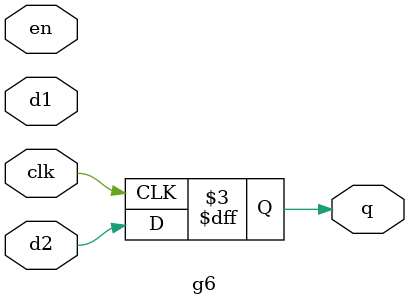
<source format=v>



// This is identical to the original flopcode tests, except that we replace
// posedge everywhere with negedge.

module f1 (q, d, clk);

  parameter size = 1;

  output [size-1:0] q;
  input [size-1:0]  d;
  input 	    clk;

  reg [size-1:0]    q;

  always @(negedge clk)
    q <= d;

endmodule


module f2 (q, d, clk);

  parameter size = 1;

  output [size-1:0] q;
  input [size-1:0]  d;
  input 	    clk;

  reg [size-1:0]    q;

  always @(negedge clk)
    begin
      q <= d;
      q <= d;
    end

endmodule


module f3 (q, d, clk);

  parameter size = 1;

  output [size-1:0] q;
  input [size-1:0]  d;
  input 	    clk;

  reg [size-1:0]    q;

  always @(negedge clk)
    begin
      q <= d;
      q <= d;
      q <= {size {1'b0}};
      q <= {size {1'b1}};
      q <= d;
    end

endmodule


module f4 (q, d1, d2, d3, clk);

  parameter size = 1;

  output [size-1:0] q;
  input [size-1:0]  d1, d2, d3;
  input 	    clk;

  reg [size-1:0]    q;

  always @(negedge clk)
    begin
      q <= d1;
      q <= d2;
      q <= d3;
    end

endmodule


module f5 (q, d1, d2, d3, clk);

  parameter size = 1;

  output [size-1:0] q;
  input [size-1:0]  d1, d2, d3;
  input 	    clk;

  reg [size-1:0]    q;

  always @(negedge clk)
    begin
      q <= d1;
      q <= d2;
      q <= d3;
      q <= d1;
      q <= d2;
      q <= d3;
    end

endmodule


// G modules: flops with various conditional and unconditional always assignments.

module g1 (q, d, en, clk);

  parameter size = 1;

  output [size-1:0] q;
  input [size-1:0]  d;
  input 	    clk, en;

  reg [size-1:0]    q;

  always @(negedge clk)
    begin
      if (en) q <= d;
    end

endmodule


module g2 (q, d1, d2, en, clk);

  parameter size = 1;

  output [size-1:0] q;
  input [size-1:0]  d1, d2;
  input 	    clk, en;

  reg [size-1:0]    q;

  always @(negedge clk)
    begin
      if (en) q <= d1;
      if (en) q <= d2;
    end

endmodule


module g3 (q, d1, d2, en, clk);

  parameter size = 1;

  output [size-1:0] q;
  input [size-1:0]  d1, d2;
  input 	    clk, en;

  reg [size-1:0]    q;

  always @(negedge clk)
    begin
      q <= d1;
      if (en) q <= d2;
    end

endmodule


module g4 (q, d1, d2, en, clk);

  parameter size = 1;

  output [size-1:0] q;
  input [size-1:0]  d1, d2;
  input 	    clk, en;

  reg [size-1:0]    q;

  always @(negedge clk)
    begin
      if (en) q <= d1;
      q <= d2;
    end

endmodule


module g5 (q, d1, d2, en, clk);

  parameter size = 1;

  output [size-1:0] q;
  input [size-1:0]  d1, d2;
  input 	    clk, en;

  reg [size-1:0]    q;

  always @(negedge clk)
    begin
      q <= d1;
      if (en) q <= d1;
      if (!en) q <= d2;
    end

endmodule


module g6 (q, d1, d2, en, clk);

  parameter size = 1;

  output [size-1:0] q;
  input [size-1:0]  d1, d2;
  input 	    clk, en;

  reg [size-1:0]    q;

  always @(negedge clk)
    begin
      q <= d1;
      if (en) q <= d1;
      if (!en) q <= d2;
      q <= d2;
    end

endmodule



/*+VL

module make_tests();

  wire  q, d1, d2, d3, en, clk;

  f1 f1spec (q, d1, clk);
  f2 f2spec (q, d1, clk);
  f3 f3spec (q, d1, clk);
  f4 f4spec (q, d1, d2, d3, clk);
  f5 f5spec (q, d1, d2, d3, clk);

  g1 g1spec (q, d1, en, clk);
  g2 g2spec (q, d1, d2, en, clk);
  g3 g3spec (q, d1, d2, en, clk);
  g4 g4spec (q, d1, d2, en, clk);
  g5 g5spec (q, d1, d2, en, clk);
  g6 g6spec (q, d1, d2, en, clk);


 wire [3:0] q4, d4;

  f1 #(4) f1spec4 (q4, d4, clk);
  f2 #(4) f2spec4 (q4, d4, clk);
  f3 #(4) f3spec4 (q4, d4, clk);
  f4 #(4) f4spec4 (q4, d4, d4, d4, clk);
  f5 #(4) f5spec4 (q4, d4, d4, d4, clk);

  g1 #(4) g1spec4 (q4, d4, en, clk);
  g2 #(4) g2spec4 (q4, d4, d4, en, clk);
  g3 #(4) g3spec4 (q4, d4, d4, en, clk);
  g4 #(4) g4spec4 (q4, d4, d4, en, clk);
  g5 #(4) g5spec4 (q4, d4, d4, en, clk);
  g6 #(4) g6spec4 (q4, d4, d4, en, clk);

endmodule

*/

</source>
